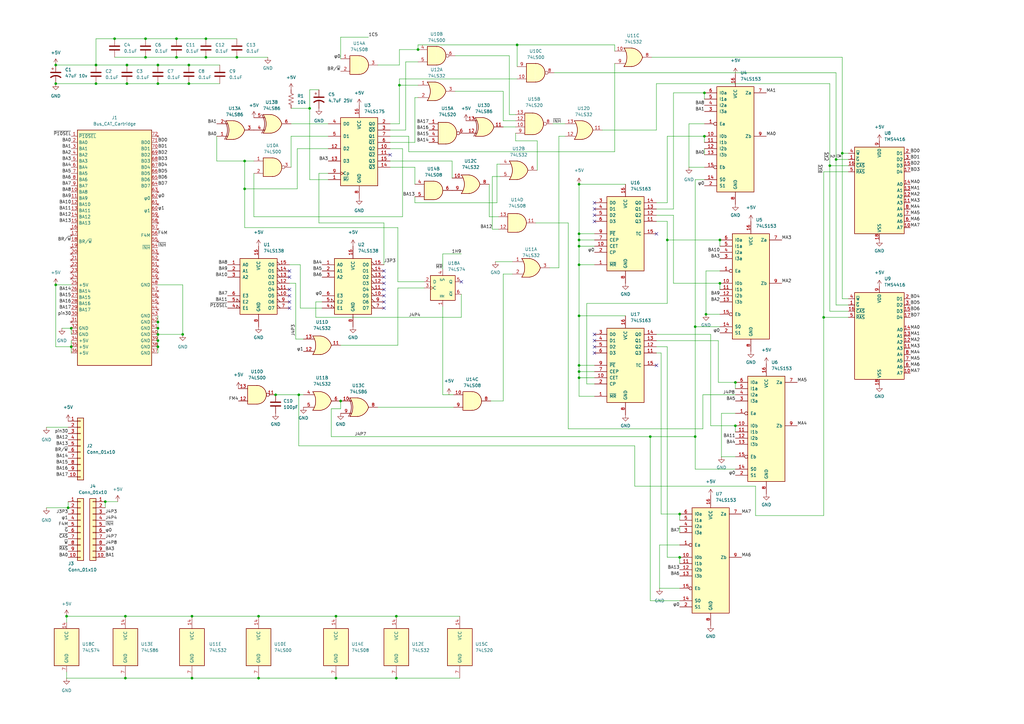
<source format=kicad_sch>
(kicad_sch (version 20211123) (generator eeschema)
  (paper "A3")
  (title_block (title "Dick Smith CAT Emulator Cartridge"))
  (junction (at 285.115 133.985))
  (junction (at 51.435 252.73))
  (junction (at 74.93 137.16))
  (junction (at 64.77 34.29))
  (junction (at 78.74 252.73))
  (junction (at 29.21 142.24))
  (junction (at 289.56 128.905))
  (junction (at 77.47 34.29))
  (junction (at 137.795 252.73))
  (junction (at 237.49 100.965))
  (junction (at 84.455 23.495))
  (junction (at 295.275 116.205))
  (junction (at 64.77 26.67))
  (junction (at 139.7 164.465))
  (junction (at 29.21 134.62))
  (junction (at 237.49 98.425))
  (junction (at 212.09 18.415))
  (junction (at 278.765 228.6))
  (junction (at 27.94 208.28))
  (junction (at 301.625 156.845))
  (junction (at 237.49 152.4))
  (junction (at 97.155 23.495))
  (junction (at 345.44 62.865))
  (junction (at 273.685 98.425))
  (junction (at 137.795 278.13))
  (junction (at 162.56 278.13))
  (junction (at 163.83 34.925))
  (junction (at 77.47 26.67))
  (junction (at 51.435 278.13))
  (junction (at 100.33 66.04))
  (junction (at 340.36 67.945))
  (junction (at 237.49 154.94))
  (junction (at 237.49 108.585))
  (junction (at 46.99 15.875))
  (junction (at 171.45 20.32))
  (junction (at 84.455 15.875))
  (junction (at 106.045 278.13))
  (junction (at 64.77 134.62))
  (junction (at 64.77 139.7))
  (junction (at 127 44.45))
  (junction (at 106.045 252.73))
  (junction (at 266.7 179.07))
  (junction (at 301.625 174.625))
  (junction (at 39.37 26.67))
  (junction (at 342.9 65.405))
  (junction (at 237.49 95.885))
  (junction (at 237.49 129.54))
  (junction (at 122.555 161.925))
  (junction (at 288.925 38.1))
  (junction (at 52.07 34.29))
  (junction (at 288.925 55.88))
  (junction (at 72.39 23.495))
  (junction (at 278.765 210.82))
  (junction (at 64.77 142.24))
  (junction (at 52.07 26.67))
  (junction (at 237.49 75.565))
  (junction (at 39.37 34.29))
  (junction (at 22.86 34.29))
  (junction (at 59.69 15.875))
  (junction (at 78.74 278.13))
  (junction (at 100.33 77.47))
  (junction (at 237.49 149.86))
  (junction (at 64.77 132.08))
  (junction (at 22.86 116.84))
  (junction (at 43.18 205.74))
  (junction (at 285.115 179.07))
  (junction (at 22.86 26.67))
  (junction (at 113.03 161.925))
  (junction (at 72.39 15.875))
  (junction (at 295.275 98.425))
  (junction (at 337.82 130.175))
  (junction (at 27.305 252.73))
  (junction (at 64.77 137.16))
  (junction (at 59.69 23.495))
  (junction (at 162.56 252.73))
  (no_connect (at 157.48 121.285))
  (no_connect (at 157.48 123.825))
  (no_connect (at 157.48 126.365))
  (no_connect (at 157.48 111.125))
  (no_connect (at 157.48 113.665))
  (no_connect (at 157.48 116.205))
  (no_connect (at 157.48 118.745))
  (no_connect (at 269.24 95.885))
  (no_connect (at 243.84 90.805))
  (no_connect (at 243.84 88.265))
  (no_connect (at 243.84 85.725))
  (no_connect (at 243.84 83.185))
  (no_connect (at 243.84 144.78))
  (no_connect (at 243.84 137.16))
  (no_connect (at 243.84 139.7))
  (no_connect (at 243.84 142.24))
  (no_connect (at 269.24 149.86))
  (no_connect (at 189.23 115.57))
  (no_connect (at 160.02 63.5))
  (no_connect (at 118.745 111.125))
  (no_connect (at 118.745 113.665))
  (no_connect (at 118.745 118.745))
  (no_connect (at 118.745 121.285))
  (no_connect (at 118.745 123.825))
  (no_connect (at 118.745 126.365))
  (wire (pts (xy 171.45 40.005) (xy 170.18 40.005)))
  (wire (pts (xy 165.1 88.9) (xy 104.14 88.9)))
  (wire (pts (xy 229.235 55.88) (xy 229.235 109.855)))
  (wire (pts (xy 171.45 25.4) (xy 166.37 25.4)))
  (wire (pts (xy 64.77 139.7) (xy 64.77 142.24)))
  (wire (pts (xy 139.7 15.24) (xy 151.13 15.24)))
  (wire (pts (xy 233.045 175.895) (xy 288.29 175.895)))
  (wire (pts (xy 278.765 228.6) (xy 278.765 231.14)))
  (wire (pts (xy 64.77 116.84) (xy 74.93 116.84)))
  (wire (pts (xy 130.81 71.12) (xy 130.81 91.44)))
  (wire (pts (xy 273.685 90.805) (xy 273.685 98.425)))
  (wire (pts (xy 29.21 134.62) (xy 29.21 137.16)))
  (wire (pts (xy 97.155 23.495) (xy 109.855 23.495)))
  (wire (pts (xy 227.33 29.845) (xy 342.9 29.845)))
  (wire (pts (xy 282.575 68.58) (xy 288.925 68.58)))
  (wire (pts (xy 273.685 83.185) (xy 269.24 83.185)))
  (wire (pts (xy 100.33 77.47) (xy 100.33 66.04)))
  (wire (pts (xy 22.86 142.24) (xy 22.86 116.84)))
  (wire (pts (xy 171.45 34.925) (xy 163.83 34.925)))
  (wire (pts (xy 163.195 118.11) (xy 163.195 141.605)))
  (wire (pts (xy 121.92 60.96) (xy 121.92 77.47)))
  (wire (pts (xy 288.925 55.88) (xy 288.925 58.42)))
  (wire (pts (xy 173.99 118.11) (xy 163.195 118.11)))
  (wire (pts (xy 106.045 278.13) (xy 137.795 278.13)))
  (wire (pts (xy 106.045 252.73) (xy 78.74 252.73)))
  (wire (pts (xy 27.305 275.59) (xy 27.305 278.13)))
  (wire (pts (xy 220.345 57.785) (xy 220.345 69.85)))
  (wire (pts (xy 173.99 115.57) (xy 163.195 115.57)))
  (wire (pts (xy 301.625 156.845) (xy 301.625 159.385)))
  (wire (pts (xy 130.81 91.44) (xy 157.48 91.44)))
  (wire (pts (xy 22.86 34.29) (xy 39.37 34.29)))
  (wire (pts (xy 100.33 93.345) (xy 100.33 77.47)))
  (wire (pts (xy 160.02 68.58) (xy 170.18 68.58)))
  (wire (pts (xy 226.695 50.8) (xy 231.775 50.8)))
  (wire (pts (xy 29.21 139.7) (xy 29.21 142.24)))
  (wire (pts (xy 77.47 34.29) (xy 90.17 34.29)))
  (wire (pts (xy 206.375 164.465) (xy 201.295 164.465)))
  (wire (pts (xy 122.555 182.88) (xy 260.35 182.88)))
  (wire (pts (xy 237.49 152.4) (xy 243.84 152.4)))
  (wire (pts (xy 157.48 91.44) (xy 157.48 108.585)))
  (wire (pts (xy 27.305 252.73) (xy 27.305 255.27)))
  (wire (pts (xy 276.225 85.725) (xy 269.24 85.725)))
  (wire (pts (xy 52.07 26.67) (xy 64.77 26.67)))
  (wire (pts (xy 260.35 182.88) (xy 260.35 199.39)))
  (wire (pts (xy 342.9 125.095) (xy 342.9 65.405)))
  (wire (pts (xy 237.49 154.94) (xy 237.49 152.4)))
  (wire (pts (xy 237.49 129.54) (xy 237.49 149.86)))
  (wire (pts (xy 266.7 179.07) (xy 266.7 246.38)))
  (wire (pts (xy 285.115 133.985) (xy 295.275 133.985)))
  (wire (pts (xy 269.24 142.24) (xy 273.685 142.24)))
  (wire (pts (xy 43.18 205.74) (xy 48.26 205.74)))
  (wire (pts (xy 188.595 252.73) (xy 162.56 252.73)))
  (wire (pts (xy 160.02 60.96) (xy 165.1 60.96)))
  (wire (pts (xy 278.765 215.9) (xy 278.765 218.44)))
  (wire (pts (xy 170.18 68.58) (xy 170.18 75.565)))
  (wire (pts (xy 252.095 20.955) (xy 252.095 18.415)))
  (wire (pts (xy 285.115 73.66) (xy 285.115 133.985)))
  (wire (pts (xy 189.23 130.175) (xy 129.54 130.175)))
  (wire (pts (xy 288.29 175.895) (xy 288.29 161.925)))
  (wire (pts (xy 252.095 26.035) (xy 252.095 62.23)))
  (wire (pts (xy 74.93 116.84) (xy 74.93 137.16)))
  (wire (pts (xy 78.74 278.13) (xy 106.045 278.13)))
  (wire (pts (xy 266.7 179.07) (xy 285.115 179.07)))
  (wire (pts (xy 237.49 129.54) (xy 256.54 129.54)))
  (wire (pts (xy 163.195 141.605) (xy 139.7 141.605)))
  (wire (pts (xy 294.64 156.845) (xy 301.625 156.845)))
  (wire (pts (xy 276.225 38.1) (xy 276.225 85.725)))
  (wire (pts (xy 270.51 241.3) (xy 278.765 241.3)))
  (wire (pts (xy 64.77 142.24) (xy 64.77 144.78)))
  (wire (pts (xy 185.42 66.04) (xy 160.02 66.04)))
  (wire (pts (xy 135.89 179.07) (xy 266.7 179.07)))
  (wire (pts (xy 269.24 90.805) (xy 273.685 90.805)))
  (wire (pts (xy 39.37 34.29) (xy 52.07 34.29)))
  (wire (pts (xy 256.54 75.565) (xy 237.49 75.565)))
  (wire (pts (xy 113.03 161.925) (xy 122.555 161.925)))
  (wire (pts (xy 206.375 112.395) (xy 206.375 164.465)))
  (wire (pts (xy 205.105 67.31) (xy 203.835 67.31)))
  (wire (pts (xy 39.37 15.875) (xy 39.37 26.67)))
  (wire (pts (xy 273.685 98.425) (xy 295.275 98.425)))
  (wire (pts (xy 77.47 26.67) (xy 90.17 26.67)))
  (wire (pts (xy 181.61 110.49) (xy 181.61 104.14)))
  (wire (pts (xy 201.93 72.39) (xy 201.93 93.98)))
  (wire (pts (xy 273.685 142.24) (xy 273.685 228.6)))
  (wire (pts (xy 301.625 169.545) (xy 295.91 169.545)))
  (wire (pts (xy 243.84 162.56) (xy 237.49 162.56)))
  (wire (pts (xy 237.49 154.94) (xy 243.84 154.94)))
  (wire (pts (xy 185.42 73.025) (xy 185.42 66.04)))
  (wire (pts (xy 211.455 54.61) (xy 211.455 57.785)))
  (wire (pts (xy 200.66 75.565) (xy 200.66 88.9)))
  (wire (pts (xy 288.29 161.925) (xy 301.625 161.925)))
  (wire (pts (xy 309.88 199.39) (xy 309.88 211.455)))
  (wire (pts (xy 137.795 278.13) (xy 162.56 278.13)))
  (wire (pts (xy 163.83 32.385) (xy 163.83 34.925)))
  (wire (pts (xy 167.64 62.23) (xy 252.095 62.23)))
  (wire (pts (xy 19.05 175.26) (xy 27.94 175.26)))
  (wire (pts (xy 39.37 26.67) (xy 52.07 26.67)))
  (wire (pts (xy 271.145 144.78) (xy 271.145 210.82)))
  (wire (pts (xy 121.285 116.205) (xy 121.285 139.065)))
  (wire (pts (xy 51.435 252.73) (xy 27.305 252.73)))
  (wire (pts (xy 291.465 174.625) (xy 301.625 174.625)))
  (wire (pts (xy 122.555 161.925) (xy 124.46 161.925)))
  (wire (pts (xy 170.18 58.42) (xy 160.02 58.42)))
  (wire (pts (xy 64.77 132.08) (xy 64.77 134.62)))
  (wire (pts (xy 206.375 52.07) (xy 211.455 52.07)))
  (wire (pts (xy 203.835 83.185) (xy 170.18 83.185)))
  (wire (pts (xy 25.4 134.62) (xy 29.21 134.62)))
  (wire (pts (xy 59.69 23.495) (xy 72.39 23.495)))
  (wire (pts (xy 269.24 137.16) (xy 291.465 137.16)))
  (wire (pts (xy 340.36 67.945) (xy 340.36 34.29)))
  (wire (pts (xy 342.9 29.845) (xy 342.9 65.405)))
  (wire (pts (xy 29.21 142.24) (xy 29.21 144.78)))
  (wire (pts (xy 170.18 40.005) (xy 170.18 58.42)))
  (wire (pts (xy 208.915 46.99) (xy 211.455 46.99)))
  (wire (pts (xy 273.685 228.6) (xy 278.765 228.6)))
  (wire (pts (xy 84.455 23.495) (xy 97.155 23.495)))
  (wire (pts (xy 72.39 23.495) (xy 84.455 23.495)))
  (wire (pts (xy 201.93 93.98) (xy 204.47 93.98)))
  (wire (pts (xy 22.86 26.67) (xy 39.37 26.67)))
  (wire (pts (xy 88.9 55.88) (xy 88.9 66.04)))
  (wire (pts (xy 166.37 25.4) (xy 166.37 53.34)))
  (wire (pts (xy 170.18 83.185) (xy 170.18 80.645)))
  (wire (pts (xy 100.33 66.04) (xy 104.14 66.04)))
  (wire (pts (xy 119.38 50.8) (xy 134.62 50.8)))
  (wire (pts (xy 171.45 18.415) (xy 212.09 18.415)))
  (wire (pts (xy 160.02 55.88) (xy 167.64 55.88)))
  (wire (pts (xy 189.23 120.65) (xy 189.23 130.175)))
  (wire (pts (xy 163.195 93.345) (xy 100.33 93.345)))
  (wire (pts (xy 237.49 162.56) (xy 237.49 154.94)))
  (wire (pts (xy 139.7 24.13) (xy 139.7 15.24)))
  (wire (pts (xy 294.64 139.7) (xy 294.64 156.845)))
  (wire (pts (xy 46.99 15.875) (xy 59.69 15.875)))
  (wire (pts (xy 43.18 205.74) (xy 43.18 208.28)))
  (wire (pts (xy 123.19 108.585) (xy 123.19 126.365)))
  (wire (pts (xy 273.685 55.88) (xy 273.685 83.185)))
  (wire (pts (xy 84.455 15.875) (xy 97.155 15.875)))
  (wire (pts (xy 121.92 77.47) (xy 100.33 77.47)))
  (wire (pts (xy 269.24 139.7) (xy 294.64 139.7)))
  (wire (pts (xy 163.83 34.925) (xy 163.83 50.8)))
  (wire (pts (xy 200.66 88.9) (xy 204.47 88.9)))
  (wire (pts (xy 163.83 20.32) (xy 163.83 26.67)))
  (wire (pts (xy 134.62 73.66) (xy 127 73.66)))
  (wire (pts (xy 240.665 124.46) (xy 240.665 157.48)))
  (wire (pts (xy 229.235 109.855) (xy 225.425 109.855)))
  (wire (pts (xy 237.49 152.4) (xy 237.49 149.86)))
  (wire (pts (xy 288.925 55.88) (xy 273.685 55.88)))
  (wire (pts (xy 295.275 111.125) (xy 289.56 111.125)))
  (wire (pts (xy 165.1 60.96) (xy 165.1 88.9)))
  (wire (pts (xy 211.455 57.785) (xy 220.345 57.785)))
  (wire (pts (xy 260.35 199.39) (xy 309.88 199.39)))
  (wire (pts (xy 46.99 23.495) (xy 59.69 23.495)))
  (wire (pts (xy 186.69 22.86) (xy 208.915 22.86)))
  (wire (pts (xy 135.89 167.64) (xy 135.89 179.07)))
  (wire (pts (xy 237.49 108.585) (xy 237.49 129.54)))
  (wire (pts (xy 291.465 137.16) (xy 291.465 174.625)))
  (wire (pts (xy 269.24 53.34) (xy 269.24 34.29)))
  (wire (pts (xy 240.665 157.48) (xy 243.84 157.48)))
  (wire (pts (xy 72.39 15.875) (xy 84.455 15.875)))
  (wire (pts (xy 278.765 210.82) (xy 278.765 213.36)))
  (wire (pts (xy 288.925 73.66) (xy 285.115 73.66)))
  (wire (pts (xy 276.225 116.205) (xy 295.275 116.205)))
  (wire (pts (xy 345.44 23.495) (xy 345.44 62.865)))
  (wire (pts (xy 129.54 130.175) (xy 129.54 123.825)))
  (wire (pts (xy 162.56 252.73) (xy 137.795 252.73)))
  (wire (pts (xy 88.9 66.04) (xy 100.33 66.04)))
  (wire (pts (xy 278.765 223.52) (xy 270.51 223.52)))
  (wire (pts (xy 127 36.83) (xy 127 44.45)))
  (wire (pts (xy 181.61 125.73) (xy 181.61 161.925)))
  (wire (pts (xy 269.24 88.265) (xy 276.225 88.265)))
  (wire (pts (xy 337.82 130.175) (xy 347.98 130.175)))
  (wire (pts (xy 288.925 50.8) (xy 282.575 50.8)))
  (wire (pts (xy 64.77 129.54) (xy 64.77 132.08)))
  (wire (pts (xy 273.685 124.46) (xy 240.665 124.46)))
  (wire (pts (xy 19.05 208.28) (xy 27.94 208.28)))
  (wire (pts (xy 123.19 126.365) (xy 132.08 126.365)))
  (wire (pts (xy 162.56 278.13) (xy 188.595 278.13)))
  (wire (pts (xy 64.77 26.67) (xy 77.47 26.67)))
  (wire (pts (xy 278.765 210.82) (xy 271.145 210.82)))
  (wire (pts (xy 285.115 179.07) (xy 285.115 192.405)))
  (wire (pts (xy 212.09 32.385) (xy 163.83 32.385)))
  (wire (pts (xy 289.56 128.905) (xy 295.275 128.905)))
  (wire (pts (xy 237.49 108.585) (xy 237.49 100.965)))
  (wire (pts (xy 137.795 252.73) (xy 106.045 252.73)))
  (wire (pts (xy 181.61 161.925) (xy 186.055 161.925)))
  (wire (pts (xy 347.98 67.945) (xy 340.36 67.945)))
  (wire (pts (xy 51.435 278.13) (xy 78.74 278.13)))
  (wire (pts (xy 78.74 252.73) (xy 51.435 252.73)))
  (wire (pts (xy 171.45 20.32) (xy 163.83 20.32)))
  (wire (pts (xy 163.195 115.57) (xy 163.195 93.345)))
  (wire (pts (xy 247.015 53.34) (xy 269.24 53.34)))
  (wire (pts (xy 139.7 167.64) (xy 135.89 167.64)))
  (wire (pts (xy 205.105 72.39) (xy 201.93 72.39)))
  (wire (pts (xy 270.51 223.52) (xy 270.51 241.3)))
  (wire (pts (xy 163.83 50.8) (xy 160.02 50.8)))
  (wire (pts (xy 273.685 98.425) (xy 273.685 124.46)))
  (wire (pts (xy 64.77 137.16) (xy 74.93 137.16)))
  (wire (pts (xy 288.925 60.96) (xy 288.925 63.5)))
  (wire (pts (xy 229.235 55.88) (xy 231.775 55.88)))
  (wire (pts (xy 27.305 278.13) (xy 51.435 278.13)))
  (wire (pts (xy 282.575 50.8) (xy 282.575 68.58)))
  (wire (pts (xy 203.835 67.31) (xy 203.835 83.185)))
  (wire (pts (xy 219.71 91.44) (xy 233.045 91.44)))
  (wire (pts (xy 345.44 62.865) (xy 345.44 122.555)))
  (wire (pts (xy 342.9 65.405) (xy 347.98 65.405)))
  (wire (pts (xy 237.49 100.965) (xy 243.84 100.965)))
  (wire (pts (xy 22.86 142.24) (xy 29.21 142.24)))
  (wire (pts (xy 186.69 37.465) (xy 206.375 37.465)))
  (wire (pts (xy 337.82 70.485) (xy 337.82 130.175)))
  (wire (pts (xy 340.36 127.635) (xy 347.98 127.635)))
  (wire (pts (xy 160.02 53.34) (xy 166.37 53.34)))
  (wire (pts (xy 59.69 15.875) (xy 72.39 15.875)))
  (wire (pts (xy 243.84 108.585) (xy 237.49 108.585)))
  (wire (pts (xy 64.77 137.16) (xy 64.77 139.7)))
  (wire (pts (xy 171.45 20.32) (xy 171.45 18.415)))
  (wire (pts (xy 122.555 161.925) (xy 122.555 182.88)))
  (wire (pts (xy 237.49 100.965) (xy 237.49 98.425)))
  (wire (pts (xy 134.62 71.12) (xy 130.81 71.12)))
  (wire (pts (xy 301.625 174.625) (xy 301.625 177.165)))
  (wire (pts (xy 167.64 55.88) (xy 167.64 62.23)))
  (wire (pts (xy 285.115 192.405) (xy 301.625 192.405)))
  (wire (pts (xy 134.62 55.88) (xy 119.38 55.88)))
  (wire (pts (xy 181.61 104.14) (xy 189.23 104.14)))
  (wire (pts (xy 22.86 116.84) (xy 29.21 116.84)))
  (wire (pts (xy 347.98 62.865) (xy 345.44 62.865)))
  (wire (pts (xy 130.81 36.83) (xy 127 36.83)))
  (wire (pts (xy 127 44.45) (xy 127 73.66)))
  (wire (pts (xy 64.77 34.29) (xy 77.47 34.29)))
  (wire (pts (xy 289.56 111.125) (xy 289.56 128.905)))
  (wire (pts (xy 285.115 133.985) (xy 285.115 179.07)))
  (wire (pts (xy 121.285 139.065) (xy 124.46 139.065)))
  (wire (pts (xy 237.49 95.885) (xy 243.84 95.885)))
  (wire (pts (xy 52.07 34.29) (xy 64.77 34.29)))
  (wire (pts (xy 203.2 107.315) (xy 210.185 107.315)))
  (wire (pts (xy 347.98 70.485) (xy 337.82 70.485)))
  (wire (pts (xy 276.225 88.265) (xy 276.225 116.205)))
  (wire (pts (xy 163.83 26.67) (xy 154.94 26.67)))
  (wire (pts (xy 206.375 37.465) (xy 206.375 49.53)))
  (wire (pts (xy 337.82 130.175) (xy 337.82 211.455)))
  (wire (pts (xy 347.98 125.095) (xy 342.9 125.095)))
  (wire (pts (xy 340.36 67.945) (xy 340.36 127.635)))
  (wire (pts (xy 129.54 123.825) (xy 132.08 123.825)))
  (wire (pts (xy 119.38 55.88) (xy 119.38 68.58)))
  (wire (pts (xy 295.275 98.425) (xy 295.275 100.965)))
  (wire (pts (xy 206.375 49.53) (xy 211.455 49.53)))
  (wire (pts (xy 64.77 134.62) (xy 64.77 137.16)))
  (wire (pts (xy 295.91 187.325) (xy 301.625 187.325)))
  (wire (pts (xy 118.745 108.585) (xy 123.19 108.585)))
  (wire (pts (xy 27.94 205.74) (xy 27.94 208.28)))
  (wire (pts (xy 208.915 22.86) (xy 208.915 46.99)))
  (wire (pts (xy 309.88 211.455) (xy 337.82 211.455)))
  (wire (pts (xy 119.38 44.45) (xy 127 44.45)))
  (wire (pts (xy 295.275 116.205) (xy 295.275 118.745)))
  (wire (pts (xy 118.745 116.205) (xy 121.285 116.205)))
  (wire (pts (xy 237.49 98.425) (xy 243.84 98.425)))
  (wire (pts (xy 252.095 18.415) (xy 212.09 18.415)))
  (wire (pts (xy 237.49 75.565) (xy 237.49 95.885)))
  (wire (pts (xy 154.94 167.005) (xy 186.055 167.005)))
  (wire (pts (xy 288.925 38.1) (xy 276.225 38.1)))
  (wire (pts (xy 267.335 23.495) (xy 345.44 23.495)))
  (wire (pts (xy 46.99 15.875) (xy 39.37 15.875)))
  (wire (pts (xy 269.24 34.29) (xy 340.36 34.29)))
  (wire (pts (xy 278.765 246.38) (xy 266.7 246.38)))
  (wire (pts (xy 288.925 38.1) (xy 288.925 40.64)))
  (wire (pts (xy 237.49 149.86) (xy 243.84 149.86)))
  (wire (pts (xy 237.49 98.425) (xy 237.49 95.885)))
  (wire (pts (xy 210.185 112.395) (xy 206.375 112.395)))
  (wire (pts (xy 345.44 122.555) (xy 347.98 122.555)))
  (wire (pts (xy 295.91 169.545) (xy 295.91 187.325)))
  (wire (pts (xy 139.7 164.465) (xy 139.7 167.64)))
  (wire (pts (xy 104.14 88.9) (xy 104.14 71.12)))
  (wire (pts (xy 212.09 18.415) (xy 212.09 27.305)))
  (wire (pts (xy 269.24 144.78) (xy 271.145 144.78)))
  (wire (pts (xy 134.62 60.96) (xy 121.92 60.96)))
  (wire (pts (xy 233.045 91.44) (xy 233.045 175.895)))
  (label "BA5" (at 301.625 164.465 180))
  (label "BA14" (at 29.21 119.38 180))
  (label "BA6" (at 278.765 236.22 180))
  (label "J4P3" (at 43.18 210.82 0))
  (label "BA17" (at 29.21 127 180))
  (label "J4P4" (at 43.18 213.36 0))
  (label "MA1" (at 314.325 38.1 0))
  (label "MA1" (at 373.38 137.795 0))
  (label "BD7" (at 373.38 130.175 0))
  (label "φ0" (at 301.625 194.945 180))
  (label "BA11" (at 301.625 179.705 180))
  (label "pin30" (at 27.94 177.8 180))
  (label "φ0" (at 132.08 121.285 180))
  (label "MA3" (at 320.675 98.425 0))
  (label "BA14" (at 175.895 58.42 180))
  (label "J3P3" (at 27.94 210.82 180))
  (label "MA5" (at 373.38 88.265 0))
  (label "MA0" (at 314.325 55.88 0))
  (label "BA13" (at 278.765 233.68 180))
  (label "~{INH}" (at 64.77 101.6 0))
  (label "~{P10SEL}" (at 29.21 55.88 180))
  (label "BA16" (at 175.895 53.34 180))
  (label "φ1" (at 124.46 144.145 180))
  (label "MA5" (at 373.38 147.955 0))
  (label "FM4" (at 97.79 164.465 180))
  (label "~{RAS}" (at 27.94 226.06 180))
  (label "BD4" (at 64.77 68.58 0))
  (label "~{G}" (at 342.9 64.77 90))
  (label "BA16" (at 29.21 124.46 180))
  (label "BD2" (at 64.77 63.5 0))
  (label "BD5" (at 64.77 71.12 0))
  (label "J4P7" (at 43.18 220.98 0))
  (label "BA8" (at 93.345 108.585 180))
  (label "BA16" (at 27.94 193.04 180))
  (label "BA3" (at 295.275 106.045 180))
  (label "pin30" (at 29.21 129.54 180))
  (label "BA3" (at 29.21 66.04 180))
  (label "J4P3" (at 121.285 137.795 90))
  (label "BA7" (at 93.345 121.285 180))
  (label "φ0" (at 243.84 103.505 180))
  (label "MA3" (at 373.38 142.875 0))
  (label "~{CAS}" (at 340.36 66.04 90))
  (label "BA0" (at 288.925 63.5 180))
  (label "BA10" (at 29.21 83.82 180))
  (label "F4M" (at 27.94 215.9 180))
  (label "BR{slash}~{W}" (at 29.21 99.06 180))
  (label "MA2" (at 320.675 116.205 0))
  (label "BA13" (at 170.18 80.645 180))
  (label "BR{slash}~{W}" (at 27.94 185.42 180))
  (label "~{W}" (at 345.44 64.77 90))
  (label "BD0" (at 373.38 62.865 0))
  (label "BA7" (at 278.765 218.44 180))
  (label "BA1" (at 88.9 50.8 180))
  (label "~{INH}" (at 43.18 215.9 0))
  (label "BA1" (at 29.21 60.96 180))
  (label "BD7" (at 64.77 76.2 0))
  (label "MA5" (at 327.025 156.845 0))
  (label "BA13" (at 27.94 182.88 180))
  (label "BD1" (at 373.38 65.405 0))
  (label "BA7" (at 29.21 76.2 180))
  (label "φ0" (at 64.77 81.28 0))
  (label "φ0" (at 288.925 76.2 180))
  (label "BA14" (at 27.94 187.96 180))
  (label "MA4" (at 327.025 174.625 0))
  (label "BA3" (at 134.62 66.04 180))
  (label "BA12" (at 27.94 180.34 180))
  (label "MA2" (at 373.38 140.335 0))
  (label "BD0" (at 64.77 58.42 0))
  (label "BA1" (at 288.925 45.72 180))
  (label "BA2" (at 295.275 123.825 180))
  (label "~{INH}" (at 226.695 50.8 0))
  (label "BA8" (at 29.21 78.74 180))
  (label "BD1" (at 64.77 60.96 0))
  (label "BA13" (at 29.21 91.44 180))
  (label "BA3" (at 43.18 226.06 0))
  (label "~{W}" (at 27.94 223.52 180))
  (label "MA7" (at 373.38 153.035 0))
  (label "BA11" (at 93.345 123.825 180))
  (label "BA17" (at 175.895 50.8 180))
  (label "F4M" (at 64.77 96.52 0))
  (label "1C5" (at 151.13 15.24 0))
  (label "BD6" (at 373.38 127.635 0))
  (label "BA9" (at 295.275 121.285 180))
  (label "MA2" (at 373.38 80.645 0))
  (label "J4P4" (at 167.64 130.175 0))
  (label "BA0" (at 27.94 228.6 180))
  (label "φ0" (at 139.7 24.13 180))
  (label "BD4" (at 373.38 122.555 0))
  (label "BA10" (at 295.275 103.505 180))
  (label "BD2" (at 373.38 67.945 0))
  (label "φ0" (at 43.18 218.44 0))
  (label "MA7" (at 373.38 93.345 0))
  (label "MA1" (at 373.38 78.105 0))
  (label "φ1" (at 27.94 213.36 180))
  (label "J4P7" (at 145.415 179.07 0))
  (label "BA2" (at 29.21 63.5 180))
  (label "~{P10SEL}" (at 93.345 126.365 180))
  (label "~{MR}" (at 181.61 110.49 180))
  (label "BD5" (at 373.38 125.095 0))
  (label "BA9" (at 29.21 81.28 180))
  (label "BA5" (at 132.08 111.125 180))
  (label "BA15" (at 29.21 121.92 180))
  (label "MA0" (at 373.38 135.255 0))
  (label "BA5" (at 29.21 71.12 180))
  (label "~{CAS}" (at 27.94 220.98 180))
  (label "BR{slash}~{W}" (at 139.7 29.21 180))
  (label "MA3" (at 373.38 83.185 0))
  (label "φ0" (at 295.275 136.525 180))
  (label "MA4" (at 373.38 145.415 0))
  (label "MA6" (at 373.38 90.805 0))
  (label "BA12" (at 29.21 88.9 180))
  (label "φ0" (at 278.765 248.92 180))
  (label "BA10" (at 93.345 113.665 180))
  (label "BD6" (at 64.77 73.66 0))
  (label "BA1" (at 43.18 228.6 0))
  (label "BA4" (at 29.21 68.58 180))
  (label "BA6" (at 132.08 113.665 180))
  (label "BD3" (at 373.38 70.485 0))
  (label "~{G}" (at 27.94 218.44 180))
  (label "BA8" (at 288.925 43.18 180))
  (label "BA4" (at 301.625 182.245 180))
  (label "BA17" (at 27.94 195.58 180))
  (label "BA4" (at 132.08 108.585 180))
  (label "MA4" (at 373.38 85.725 0))
  (label "φ1" (at 64.77 86.36 0))
  (label "MA0" (at 373.38 75.565 0))
  (label "BA0" (at 88.9 55.88 180))
  (label "BA15" (at 175.895 55.88 180))
  (label "BA6" (at 29.21 73.66 180))
  (label "J3P3" (at 157.48 107.95 0))
  (label "MA7" (at 304.165 210.82 0))
  (label "~{RAS}" (at 337.82 71.12 90))
  (label "BD3" (at 64.77 66.04 0))
  (label "1H9" (at 189.23 104.14 180))
  (label "J4P8" (at 43.18 223.52 0))
  (label "MA6" (at 373.38 150.495 0))
  (label "BA0" (at 29.21 58.42 180))
  (label "BA12" (at 201.93 93.98 180))
  (label "MA6" (at 304.165 228.6 0))
  (label "J4P8" (at 296.545 161.925 0))
  (label "BA11" (at 29.21 86.36 180))
  (label "BA9" (at 93.345 111.125 180))
  (label "BA15" (at 27.94 190.5 180))
  (symbol (lib_id "74xx:74LS08") (at 177.8 78.105 0) (unit 2)
    (property "Reference" "U14" (at 177.8 69.215 0))
    (property "Value" "74LS08" (at 177.8 71.755 0))
    (property "Footprint" "Package_DIP:DIP-14_W7.62mm_LongPads" (effects hide))
    (property "Datasheet" "http://www.ti.com/lit/gpn/sn74LS08" (effects hide))
  )
  (symbol (lib_id "74xx:74LS32") (at 239.395 53.34 0) (mirror x) (unit 4)
    (property "Reference" "U12" (at 239.395 44.45 0))
    (property "Value" "74LS32" (at 239.395 46.99 0))
    (property "Footprint" "Package_DIP:DIP-14_W7.62mm_LongPads" (effects hide))
    (property "Datasheet" "http://www.ti.com/lit/gpn/sn74LS32" (effects hide))
  )
  (symbol (lib_id "74xx:74LS32") (at 179.07 37.465 0) (unit 1)
    (property "Reference" "U12" (at 179.07 28.575 0))
    (property "Value" "74LS32" (at 179.07 31.115 0))
    (property "Footprint" "Package_DIP:DIP-14_W7.62mm_LongPads" (effects hide))
    (property "Datasheet" "http://www.ti.com/lit/gpn/sn74LS32" (effects hide))
  )
  (symbol (lib_id "power:GND") (at 27.305 278.13 0) (unit 1)
    (property "Reference" "#PWR0116" (effects hide))
    (property "Value" "GND" (at 27.305 283.21 0))
  )
  (symbol (lib_id "74xx:74LS153") (at 314.325 174.625 0) (unit 1)
    (property "Reference" "U6" (at 316.3444 148.59 0) (effects (justify left)))
    (property "Value" "74LS153" (at 316.3444 151.13 0) (effects (justify left)))
    (property "Footprint" "Package_DIP:DIP-16_W7.62mm_LongPads" (effects hide))
    (property "Datasheet" "http://www.ti.com/lit/gpn/sn74LS153" (effects hide))
  )
  (symbol (lib_id "power:GND") (at 289.56 128.905 0) (unit 1)
    (property "Reference" "#PWR0130" (effects hide))
    (property "Value" "GND" (at 289.56 133.35 0))
  )
  (symbol (lib_id "Device:C_Polarized_US") (at 130.81 40.64 0) (unit 1)
    (property "Reference" "C5" (at 134.62 38.7349 0) (effects (justify left)))
    (property "Value" "4.7uF 25V" (at 134.62 41.2749 0) (effects (justify left)))
    (property "Footprint" "Capacitor_THT:CP_Radial_D4.0mm_P1.50mm" (effects hide))
  )
  (symbol (lib_id "74xx:74LS138") (at 106.045 116.205 0) (unit 1)
    (property "Reference" "U1" (at 108.0644 100.33 0) (effects (justify left)))
    (property "Value" "74LS138" (at 108.0644 102.87 0) (effects (justify left)))
    (property "Footprint" "Package_DIP:DIP-16_W7.62mm_LongPads" (effects hide))
    (property "Datasheet" "http://www.ti.com/lit/gpn/sn74LS138" (effects hide))
  )
  (symbol (lib_id "74xx:74LS175") (at 147.32 60.96 0) (unit 1)
    (property "Reference" "U3" (at 149.3394 43.18 0) (effects (justify left)))
    (property "Value" "74LS175" (at 149.3394 45.72 0) (effects (justify left)))
    (property "Footprint" "Package_DIP:DIP-16_W7.62mm_LongPads" (effects hide))
    (property "Datasheet" "http://www.ti.com/lit/gpn/sn74LS175" (effects hide))
  )
  (symbol (lib_id "CAT symbols:Bus_CAT_Cartridge") (at 46.99 93.98 0) (unit 1)
    (property "Reference" "J1" (at 46.99 48.26 0))
    (property "Value" "Bus_CAT_Cartridge" (at 46.99 50.8 0))
    (property "Footprint" "CAT:CAT_CART" (effects hide))
  )
  (symbol (lib_id "74xx:74LS74") (at 181.61 118.11 0) (unit 1)
    (property "Reference" "U18" (at 183.6294 107.95 0) (effects (justify left)))
    (property "Value" "74LS74" (at 183.6294 110.49 0) (effects (justify left)))
    (property "Footprint" "Package_DIP:DIP-14_W7.62mm_LongPads" (effects hide))
    (property "Datasheet" "74xx/74hc_hct74.pdf" (effects hide))
  )
  (symbol (lib_id "power:+5V") (at 144.78 100.965 0) (unit 1)
    (property "Reference" "#PWR0123" (effects hide))
    (property "Value" "+5V" (at 144.78 95.25 0))
  )
  (symbol (lib_id "Device:C") (at 72.39 19.685 0) (unit 1)
    (property "Reference" "C11" (at 76.2 18.4149 0) (effects (justify left)))
    (property "Value" "0.1uF" (at 76.2 20.9549 0) (effects (justify left)))
    (property "Footprint" "Capacitor_THT:C_Disc_D4.7mm_W2.5mm_P5.00mm" (effects hide))
  )
  (symbol (lib_id "74xx:74LS32") (at 78.74 265.43 0) (unit 5)
    (property "Reference" "U11" (at 85.725 264.1599 0) (effects (justify left)))
    (property "Value" "74LS32" (at 85.725 266.6999 0) (effects (justify left)))
    (property "Footprint" "Package_DIP:DIP-14_W7.62mm_LongPads" (effects hide))
    (property "Datasheet" "http://www.ti.com/lit/gpn/sn74LS32" (effects hide))
  )
  (symbol (lib_id "power:GND") (at 144.78 133.985 0) (unit 1)
    (property "Reference" "#PWR0122" (effects hide))
    (property "Value" "GND" (at 144.78 138.43 0))
  )
  (symbol (lib_id "power:+5V") (at 184.15 161.925 0) (unit 1)
    (property "Reference" "#PWR0124" (effects hide))
    (property "Value" "+5V" (at 184.15 156.21 0))
  )
  (symbol (lib_id "74xx:74LS08") (at 137.795 265.43 0) (unit 5)
    (property "Reference" "U14" (at 144.145 264.1599 0) (effects (justify left)))
    (property "Value" "74LS08" (at 144.145 266.6999 0) (effects (justify left)))
    (property "Footprint" "Package_DIP:DIP-14_W7.62mm_LongPads" (effects hide))
    (property "Datasheet" "http://www.ti.com/lit/gpn/sn74LS08" (effects hide))
  )
  (symbol (lib_id "74xx:74LS20") (at 188.595 265.43 0) (unit 3)
    (property "Reference" "U15" (at 194.945 264.1599 0) (effects (justify left)))
    (property "Value" "74LS20" (at 194.945 266.6999 0) (effects (justify left)))
    (property "Footprint" "Package_DIP:DIP-14_W7.62mm_LongPads" (effects hide))
    (property "Datasheet" "http://www.ti.com/lit/gpn/sn74LS20" (effects hide))
  )
  (symbol (lib_id "Device:C") (at 39.37 30.48 0) (unit 1)
    (property "Reference" "C2" (at 43.18 29.2099 0) (effects (justify left)))
    (property "Value" "0.1uF" (at 43.18 31.7499 0) (effects (justify left)))
    (property "Footprint" "Capacitor_THT:C_Disc_D4.7mm_W2.5mm_P5.00mm" (effects hide))
  )
  (symbol (lib_id "74xx:74LS00") (at 219.71 29.845 0) (unit 3)
    (property "Reference" "U10" (at 219.71 20.955 0))
    (property "Value" "74LS00" (at 219.71 23.495 0))
    (property "Footprint" "Package_DIP:DIP-14_W7.62mm_LongPads" (effects hide))
    (property "Datasheet" "http://www.ti.com/lit/gpn/sn74ls00" (effects hide))
  )
  (symbol (lib_id "power:GND") (at 314.325 202.565 0) (unit 1)
    (property "Reference" "#PWR0134" (effects hide))
    (property "Value" "GND" (at 314.325 207.01 0))
  )
  (symbol (lib_id "power:GND") (at 147.32 81.28 0) (unit 1)
    (property "Reference" "#PWR0109" (effects hide))
    (property "Value" "GND" (at 147.32 86.36 0))
  )
  (symbol (lib_id "power:+5V") (at 291.465 203.2 0) (unit 1)
    (property "Reference" "#PWR0136" (effects hide))
    (property "Value" "+5V" (at 291.465 197.485 0))
  )
  (symbol (lib_id "74xx:74LS32") (at 212.725 69.85 0) (unit 2)
    (property "Reference" "U12" (at 212.725 60.96 0))
    (property "Value" "74LS32" (at 212.725 63.5 0))
    (property "Footprint" "Package_DIP:DIP-14_W7.62mm_LongPads" (effects hide))
    (property "Datasheet" "http://www.ti.com/lit/gpn/sn74LS32" (effects hide))
  )
  (symbol (lib_id "power:+5V") (at 27.305 252.73 0) (unit 1)
    (property "Reference" "#PWR0115" (effects hide))
    (property "Value" "+5V" (at 27.305 247.65 0))
  )
  (symbol (lib_id "power:+5V") (at 301.625 30.48 0) (unit 1)
    (property "Reference" "#PWR0125" (effects hide))
    (property "Value" "+5V" (at 301.625 24.765 0))
  )
  (symbol (lib_id "power:GND") (at 270.51 241.3 0) (unit 1)
    (property "Reference" "#PWR0137" (effects hide))
    (property "Value" "GND" (at 270.51 246.38 0))
  )
  (symbol (lib_id "power:GND") (at 139.7 169.545 0) (unit 1)
    (property "Reference" "#PWR0114" (effects hide))
    (property "Value" "GND" (at 139.7 173.99 0))
  )
  (symbol (lib_id "74xx:74LS86") (at 111.76 50.8 0) (mirror x) (unit 2)
    (property "Reference" "U13" (at 111.4552 41.91 0))
    (property "Value" "74LS86" (at 111.4552 44.45 0))
    (property "Footprint" "Package_DIP:DIP-14_W7.62mm_LongPads" (effects hide))
    (property "Datasheet" "74xx/74ls86.pdf" (effects hide))
  )
  (symbol (lib_id "power:GND") (at 22.86 34.29 0) (unit 1)
    (property "Reference" "#PWR0103" (effects hide))
    (property "Value" "GND" (at 22.86 39.37 0))
  )
  (symbol (lib_id "power:GND") (at 74.93 137.16 0) (unit 1)
    (property "Reference" "#PWR0110" (effects hide))
    (property "Value" "GND" (at 74.93 142.24 0))
  )
  (symbol (lib_id "74xx:74LS08") (at 147.32 26.67 0) (unit 1)
    (property "Reference" "U14" (at 147.32 17.78 0))
    (property "Value" "74LS08" (at 147.32 20.32 0))
    (property "Footprint" "Package_DIP:DIP-14_W7.62mm_LongPads" (effects hide))
    (property "Datasheet" "http://www.ti.com/lit/gpn/sn74LS08" (effects hide))
  )
  (symbol (lib_id "Connector_Generic:Conn_01x10") (at 33.02 182.88 0) (unit 1)
    (property "Reference" "J2" (at 35.56 182.8799 0) (effects (justify left)))
    (property "Value" "Conn_01x10" (at 35.56 185.4199 0) (effects (justify left)))
    (property "Footprint" "Connector_PinHeader_2.54mm:PinHeader_1x10_P2.54mm_Vertical" (effects hide))
  )
  (symbol (lib_id "Connector_Generic:Conn_01x10") (at 33.02 215.9 0) (unit 1)
    (property "Reference" "J3" (at 27.94 231.14 0) (effects (justify left)))
    (property "Value" "Conn_01x10" (at 27.94 233.68 0) (effects (justify left)))
    (property "Footprint" "Connector_PinHeader_2.54mm:PinHeader_1x10_P2.54mm_Vertical" (effects hide))
  )
  (symbol (lib_id "Device:C") (at 64.77 30.48 0) (unit 1)
    (property "Reference" "C7" (at 68.58 29.2099 0) (effects (justify left)))
    (property "Value" "0.1uF" (at 68.58 31.7499 0) (effects (justify left)))
    (property "Footprint" "Capacitor_THT:C_Disc_D4.7mm_W2.5mm_P5.00mm" (effects hide))
  )
  (symbol (lib_id "74xx:74LS153") (at 291.465 228.6 0) (unit 1)
    (property "Reference" "U7" (at 293.4844 202.565 0) (effects (justify left)))
    (property "Value" "74LS153" (at 293.4844 205.105 0) (effects (justify left)))
    (property "Footprint" "Package_DIP:DIP-16_W7.62mm_LongPads" (effects hide))
    (property "Datasheet" "http://www.ti.com/lit/gpn/sn74LS153" (effects hide))
  )
  (symbol (lib_id "power:GND") (at 203.2 107.315 0) (unit 1)
    (property "Reference" "#PWR0120" (effects hide))
    (property "Value" "GND" (at 203.2 111.76 0))
  )
  (symbol (lib_id "power:+5V") (at 27.94 172.72 0) (unit 1)
    (property "Reference" "#PWR0143" (effects hide))
    (property "Value" "+5V" (at 27.94 167.005 0))
  )
  (symbol (lib_id "74xx:74LS86") (at 198.755 52.07 0) (mirror x) (unit 4)
    (property "Reference" "U13" (at 198.4502 43.18 0))
    (property "Value" "74LS86" (at 198.4502 45.72 0))
    (property "Footprint" "Package_DIP:DIP-14_W7.62mm_LongPads" (effects hide))
    (property "Datasheet" "74xx/74ls86.pdf" (effects hide))
  )
  (symbol (lib_id "74xx:74LS08") (at 212.09 91.44 0) (mirror x) (unit 4)
    (property "Reference" "U14" (at 212.09 81.915 0))
    (property "Value" "74LS08" (at 212.09 84.455 0))
    (property "Footprint" "Package_DIP:DIP-14_W7.62mm_LongPads" (effects hide))
    (property "Datasheet" "http://www.ti.com/lit/gpn/sn74LS08" (effects hide))
  )
  (symbol (lib_id "74xx:74LS86") (at 51.435 265.43 0) (unit 5)
    (property "Reference" "U13" (at 57.785 264.1599 0) (effects (justify left)))
    (property "Value" "74LS86" (at 57.785 266.6999 0) (effects (justify left)))
    (property "Footprint" "Package_DIP:DIP-14_W7.62mm_LongPads" (effects hide))
    (property "Datasheet" "74xx/74ls86.pdf" (effects hide))
  )
  (symbol (lib_id "power:+5V") (at 119.38 36.83 0) (unit 1)
    (property "Reference" "#PWR0117" (effects hide))
    (property "Value" "+5V" (at 119.38 31.75 0))
  )
  (symbol (lib_id "power:GND") (at 360.68 158.115 0) (unit 1)
    (property "Reference" "#PWR0140" (effects hide))
    (property "Value" "GND" (at 360.68 162.56 0))
  )
  (symbol (lib_id "power:GND") (at 256.54 116.205 0) (unit 1)
    (property "Reference" "#PWR0129" (effects hide))
    (property "Value" "GND" (at 256.54 120.65 0))
  )
  (symbol (lib_id "74xx:74LS00") (at 105.41 161.925 0) (mirror x) (unit 4)
    (property "Reference" "U10" (at 105.41 152.4 0))
    (property "Value" "74LS00" (at 105.41 154.94 0))
    (property "Footprint" "Package_DIP:DIP-14_W7.62mm_LongPads" (effects hide))
    (property "Datasheet" "http://www.ti.com/lit/gpn/sn74ls00" (effects hide))
  )
  (symbol (lib_id "power:+5V") (at 22.86 116.84 0) (unit 1)
    (property "Reference" "#PWR0105" (effects hide))
    (property "Value" "+5V" (at 22.86 111.76 0))
  )
  (symbol (lib_id "power:+5V") (at 307.975 90.805 0) (unit 1)
    (property "Reference" "#PWR0128" (effects hide))
    (property "Value" "+5V" (at 307.975 85.09 0))
  )
  (symbol (lib_id "power:+5V") (at 360.68 57.785 0) (unit 1)
    (property "Reference" "#PWR0142" (effects hide))
    (property "Value" "+5V" (at 360.68 52.07 0))
  )
  (symbol (lib_id "Device:R_US") (at 119.38 40.64 0) (unit 1)
    (property "Reference" "R1" (at 121.92 39.3699 0) (effects (justify left)))
    (property "Value" "10k" (at 121.92 41.9099 0) (effects (justify left)))
    (property "Footprint" "Resistor_THT:R_Axial_DIN0309_L9.0mm_D3.2mm_P12.70mm_Horizontal" (effects hide))
  )
  (symbol (lib_id "74xx:74LS00") (at 106.045 265.43 0) (unit 5)
    (property "Reference" "U10" (at 112.395 264.1599 0) (effects (justify left)))
    (property "Value" "74LS00" (at 112.395 266.6999 0) (effects (justify left)))
    (property "Footprint" "Package_DIP:DIP-14_W7.62mm_LongPads" (effects hide))
    (property "Datasheet" "http://www.ti.com/lit/gpn/sn74ls00" (effects hide))
  )
  (symbol (lib_id "power:+5V") (at 360.68 117.475 0) (unit 1)
    (property "Reference" "#PWR0141" (effects hide))
    (property "Value" "+5V" (at 360.68 111.76 0))
  )
  (symbol (lib_id "power:GND") (at 360.68 98.425 0) (unit 1)
    (property "Reference" "#PWR0139" (effects hide))
    (property "Value" "GND" (at 360.68 102.87 0))
  )
  (symbol (lib_id "power:+5V") (at 48.26 205.74 0) (unit 1)
    (property "Reference" "#PWR0146" (effects hide))
    (property "Value" "+5V" (at 48.26 200.66 0))
  )
  (symbol (lib_id "74xx:74LS86") (at 147.32 167.005 0) (mirror x) (unit 3)
    (property "Reference" "U13" (at 147.0152 158.115 0))
    (property "Value" "74LS86" (at 147.0152 160.655 0))
    (property "Footprint" "Package_DIP:DIP-14_W7.62mm_LongPads" (effects hide))
    (property "Datasheet" "74xx/74ls86.pdf" (effects hide))
  )
  (symbol (lib_id "power:GND") (at 301.625 83.82 0) (unit 1)
    (property "Reference" "#PWR0127" (effects hide))
    (property "Value" "GND" (at 301.625 88.265 0))
  )
  (symbol (lib_id "74xx:74LS86") (at 96.52 53.34 0) (mirror x) (unit 1)
    (property "Reference" "U13" (at 96.2152 44.45 0))
    (property "Value" "74LS86" (at 96.2152 46.99 0))
    (property "Footprint" "Package_DIP:DIP-14_W7.62mm_LongPads" (effects hide))
    (property "Datasheet" "74xx/74ls86.pdf" (effects hide))
  )
  (symbol (lib_id "power:GND") (at 124.46 167.005 0) (unit 1)
    (property "Reference" "#PWR0113" (effects hide))
    (property "Value" "GND" (at 124.46 171.45 0))
  )
  (symbol (lib_id "Device:C") (at 46.99 19.685 0) (unit 1)
    (property "Reference" "C4" (at 50.8 18.4149 0) (effects (justify left)))
    (property "Value" "0.1uF" (at 50.8 20.9549 0) (effects (justify left)))
    (property "Footprint" "Capacitor_THT:C_Disc_D4.7mm_W2.5mm_P5.00mm" (effects hide))
  )
  (symbol (lib_id "power:+5V") (at 106.045 100.965 0) (unit 1)
    (property "Reference" "#PWR0107" (effects hide))
    (property "Value" "+5V" (at 106.045 95.25 0))
  )
  (symbol (lib_id "74xx:74LS32") (at 259.715 23.495 0) (mirror x) (unit 3)
    (property "Reference" "U11" (at 259.715 14.605 0))
    (property "Value" "74LS32" (at 259.715 17.145 0))
    (property "Footprint" "Package_DIP:DIP-14_W7.62mm_LongPads" (effects hide))
    (property "Datasheet" "http://www.ti.com/lit/gpn/sn74LS32" (effects hide))
  )
  (symbol (lib_id "power:GND") (at 256.54 170.18 0) (unit 1)
    (property "Reference" "#PWR0132" (effects hide))
    (property "Value" "GND" (at 256.54 174.625 0))
  )
  (symbol (lib_id "74xx:74LS32") (at 132.08 164.465 0) (unit 2)
    (property "Reference" "U11" (at 132.08 154.94 0))
    (property "Value" "74LS32" (at 132.08 157.48 0))
    (property "Footprint" "Package_DIP:DIP-14_W7.62mm_LongPads" (effects hide))
    (property "Datasheet" "http://www.ti.com/lit/gpn/sn74LS32" (effects hide))
  )
  (symbol (lib_id "74xx:74LS163") (at 256.54 95.885 0) (unit 1)
    (property "Reference" "U16" (at 258.5594 74.93 0) (effects (justify left)))
    (property "Value" "74LS163" (at 258.5594 77.47 0) (effects (justify left)))
    (property "Footprint" "Package_DIP:DIP-16_W7.62mm_LongPads" (effects hide))
    (property "Datasheet" "http://www.ti.com/lit/gpn/sn74LS163" (effects hide))
  )
  (symbol (lib_id "74xx:74LS163") (at 256.54 149.86 0) (unit 1)
    (property "Reference" "U17" (at 258.5594 128.905 0) (effects (justify left)))
    (property "Value" "74LS163" (at 258.5594 131.445 0) (effects (justify left)))
    (property "Footprint" "Package_DIP:DIP-16_W7.62mm_LongPads" (effects hide))
    (property "Datasheet" "http://www.ti.com/lit/gpn/sn74LS163" (effects hide))
  )
  (symbol (lib_id "Device:C_Polarized_US") (at 22.86 30.48 0) (unit 1)
    (property "Reference" "C1" (at 26.67 28.5749 0) (effects (justify left)))
    (property "Value" "47uF 10v" (at 26.67 31.1149 0) (effects (justify left)))
    (property "Footprint" "Capacitor_THT:CP_Radial_D4.0mm_P1.50mm" (effects hide))
  )
  (symbol (lib_id "power:GND") (at 19.05 208.28 0) (unit 1)
    (property "Reference" "#PWR0145" (effects hide))
    (property "Value" "GND" (at 19.05 213.36 0))
  )
  (symbol (lib_id "Device:C") (at 84.455 19.685 0) (unit 1)
    (property "Reference" "C12" (at 88.265 18.4149 0) (effects (justify left)))
    (property "Value" "0.1uF" (at 88.265 20.9549 0) (effects (justify left)))
    (property "Footprint" "Capacitor_THT:C_Disc_D4.7mm_W2.5mm_P5.00mm" (effects hide))
  )
  (symbol (lib_id "Device:C") (at 52.07 30.48 0) (unit 1)
    (property "Reference" "C3" (at 55.88 29.2099 0) (effects (justify left)))
    (property "Value" "0.1uF" (at 55.88 31.7499 0) (effects (justify left)))
    (property "Footprint" "Capacitor_THT:C_Disc_D4.7mm_W2.5mm_P5.00mm" (effects hide))
  )
  (symbol (lib_id "power:GND") (at 25.4 134.62 0) (unit 1)
    (property "Reference" "#PWR0108" (effects hide))
    (property "Value" "GND" (at 25.4 139.7 0))
  )
  (symbol (lib_id "power:+5V") (at 314.325 149.225 0) (unit 1)
    (property "Reference" "#PWR0133" (effects hide))
    (property "Value" "+5V" (at 314.325 143.51 0))
  )
  (symbol (lib_id "power:GND") (at 282.575 68.58 0) (unit 1)
    (property "Reference" "#PWR0126" (effects hide))
    (property "Value" "GND" (at 282.575 73.66 0))
  )
  (symbol (lib_id "power:+5V") (at 22.86 26.67 0) (unit 1)
    (property "Reference" "#PWR0104" (effects hide))
    (property "Value" "+5V" (at 22.86 21.59 0))
  )
  (symbol (lib_id "74xx:74LS00") (at 111.76 68.58 0) (unit 1)
    (property "Reference" "U10" (at 111.76 59.69 0))
    (property "Value" "74LS00" (at 111.76 62.23 0))
    (property "Footprint" "Package_DIP:DIP-14_W7.62mm_LongPads" (effects hide))
    (property "Datasheet" "http://www.ti.com/lit/gpn/sn74ls00" (effects hide))
  )
  (symbol (lib_id "power:GND") (at 113.03 169.545 0) (unit 1)
    (property "Reference" "#PWR0112" (effects hide))
    (property "Value" "GND" (at 113.03 173.99 0))
  )
  (symbol (lib_id "74xx:74LS08") (at 193.675 164.465 0) (mirror x) (unit 3)
    (property "Reference" "U14" (at 193.675 155.575 0))
    (property "Value" "74LS08" (at 193.675 158.115 0))
    (property "Footprint" "Package_DIP:DIP-14_W7.62mm_LongPads" (effects hide))
    (property "Datasheet" "http://www.ti.com/lit/gpn/sn74LS08" (effects hide))
  )
  (symbol (lib_id "74xx:74LS00") (at 179.07 22.86 0) (unit 2)
    (property "Reference" "U10" (at 179.07 13.97 0))
    (property "Value" "74LS00" (at 179.07 16.51 0))
    (property "Footprint" "Package_DIP:DIP-14_W7.62mm_LongPads" (effects hide))
    (property "Datasheet" "http://www.ti.com/lit/gpn/sn74ls00" (effects hide))
  )
  (symbol (lib_id "power:GND") (at 291.465 256.54 0) (unit 1)
    (property "Reference" "#PWR0138" (effects hide))
    (property "Value" "GND" (at 291.465 260.985 0))
  )
  (symbol (lib_id "Device:C") (at 59.69 19.685 0) (unit 1)
    (property "Reference" "C6" (at 63.5 18.4149 0) (effects (justify left)))
    (property "Value" "0.1uF" (at 63.5 20.9549 0) (effects (justify left)))
    (property "Footprint" "Capacitor_THT:C_Disc_D4.7mm_W2.5mm_P5.00mm" (effects hide))
  )
  (symbol (lib_id "74xx:74LS32") (at 193.04 75.565 0) (mirror x) (unit 3)
    (property "Reference" "U12" (at 193.04 66.04 0))
    (property "Value" "74LS32" (at 193.04 68.58 0))
    (property "Footprint" "Package_DIP:DIP-14_W7.62mm_LongPads" (effects hide))
    (property "Datasheet" "http://www.ti.com/lit/gpn/sn74LS32" (effects hide))
  )
  (symbol (lib_id "Device:C") (at 113.03 165.735 0) (unit 1)
    (property "Reference" "C10" (at 116.205 164.4649 0) (effects (justify left)))
    (property "Value" "100pF" (at 116.205 167.0049 0) (effects (justify left)))
    (property "Footprint" "Capacitor_THT:C_Disc_D4.7mm_W2.5mm_P5.00mm" (effects hide))
  )
  (symbol (lib_id "power:+5V") (at 97.79 159.385 0) (unit 1)
    (property "Reference" "#PWR0111" (effects hide))
    (property "Value" "+5V" (at 97.79 153.67 0))
  )
  (symbol (lib_id "74xx:74LS153") (at 307.975 116.205 0) (unit 1)
    (property "Reference" "U5" (at 309.9944 90.17 0) (effects (justify left)))
    (property "Value" "74LS153" (at 309.9944 92.71 0) (effects (justify left)))
    (property "Footprint" "Package_DIP:DIP-16_W7.62mm_LongPads" (effects hide))
    (property "Datasheet" "http://www.ti.com/lit/gpn/sn74LS153" (effects hide))
  )
  (symbol (lib_id "Device:C") (at 97.155 19.685 0) (unit 1)
    (property "Reference" "C13" (at 100.965 18.4149 0) (effects (justify left)))
    (property "Value" "0.1uF" (at 100.965 20.9549 0) (effects (justify left)))
    (property "Footprint" "Capacitor_THT:C_Disc_D4.7mm_W2.5mm_P5.00mm" (effects hide))
  )
  (symbol (lib_id "74xx:74LS153") (at 301.625 55.88 0) (unit 1)
    (property "Reference" "U4" (at 303.6444 29.845 0) (effects (justify left)))
    (property "Value" "74LS153" (at 303.6444 32.385 0) (effects (justify left)))
    (property "Footprint" "Package_DIP:DIP-16_W7.62mm_LongPads" (effects hide))
    (property "Datasheet" "http://www.ti.com/lit/gpn/sn74LS153" (effects hide))
  )
  (symbol (lib_id "74xx:74LS138") (at 144.78 116.205 0) (unit 1)
    (property "Reference" "U2" (at 146.7994 100.33 0) (effects (justify left)))
    (property "Value" "74LS138" (at 146.7994 102.87 0) (effects (justify left)))
    (property "Footprint" "Package_DIP:DIP-16_W7.62mm_LongPads" (effects hide))
    (property "Datasheet" "http://www.ti.com/lit/gpn/sn74LS138" (effects hide))
  )
  (symbol (lib_id "Device:C") (at 90.17 30.48 0) (unit 1)
    (property "Reference" "C9" (at 93.98 29.2099 0) (effects (justify left)))
    (property "Value" "0.1uF" (at 93.98 31.7499 0) (effects (justify left)))
    (property "Footprint" "Capacitor_THT:C_Disc_D4.7mm_W2.5mm_P5.00mm" (effects hide))
  )
  (symbol (lib_id "power:GND") (at 307.975 144.145 0) (unit 1)
    (property "Reference" "#PWR0131" (effects hide))
    (property "Value" "GND" (at 307.975 148.59 0))
  )
  (symbol (lib_id "74xx:74LS74") (at 27.305 265.43 0) (unit 3)
    (property "Reference" "U18" (at 33.655 264.1599 0) (effects (justify left)))
    (property "Value" "74LS74" (at 33.655 266.6999 0) (effects (justify left)))
    (property "Footprint" "Package_DIP:DIP-14_W7.62mm_LongPads" (effects hide))
    (property "Datasheet" "74xx/74hc_hct74.pdf" (effects hide))
  )
  (symbol (lib_id "74xx:74LS20") (at 219.075 50.8 0) (mirror x) (unit 2)
    (property "Reference" "U15" (at 219.075 40.64 0))
    (property "Value" "74LS20" (at 219.075 43.18 0))
    (property "Footprint" "Package_DIP:DIP-14_W7.62mm_LongPads" (effects hide))
    (property "Datasheet" "http://www.ti.com/lit/gpn/sn74LS20" (effects hide))
  )
  (symbol (lib_id "power:GND") (at 295.91 187.325 0) (unit 1)
    (property "Reference" "#PWR0135" (effects hide))
    (property "Value" "GND" (at 295.91 191.77 0))
  )
  (symbol (lib_id "power:GND") (at 19.05 175.26 0) (unit 1)
    (property "Reference" "#PWR0144" (effects hide))
    (property "Value" "GND" (at 19.05 180.34 0))
  )
  (symbol (lib_id "Device:C") (at 77.47 30.48 0) (unit 1)
    (property "Reference" "C8" (at 81.28 29.2099 0) (effects (justify left)))
    (property "Value" "0.1uF" (at 81.28 31.7499 0) (effects (justify left)))
    (property "Footprint" "Capacitor_THT:C_Disc_D4.7mm_W2.5mm_P5.00mm" (effects hide))
  )
  (symbol (lib_id "CAT symbols:TMS4416") (at 360.68 136.525 0) (unit 1)
    (property "Reference" "U9" (at 362.6994 114.3 0) (effects (justify left)))
    (property "Value" "TMS4416" (at 362.6994 116.84 0) (effects (justify left)))
    (property "Footprint" "Package_DIP:DIP-18_W7.62mm_LongPads" (effects hide))
  )
  (symbol (lib_id "power:+5V") (at 237.49 75.565 0) (unit 1)
    (property "Reference" "#PWR0121" (effects hide))
    (property "Value" "+5V" (at 237.49 69.85 0))
  )
  (symbol (lib_id "CAT symbols:TMS4416") (at 360.68 76.835 0) (unit 1)
    (property "Reference" "U8" (at 362.6994 54.61 0) (effects (justify left)))
    (property "Value" "TMS4416" (at 362.6994 57.15 0) (effects (justify left)))
    (property "Footprint" "Package_DIP:DIP-18_W7.62mm_LongPads" (effects hide))
  )
  (symbol (lib_id "power:GND") (at 106.045 133.985 0) (unit 1)
    (property "Reference" "#PWR0106" (effects hide))
    (property "Value" "GND" (at 106.045 138.43 0))
  )
  (symbol (lib_id "power:GND") (at 109.855 23.495 0) (unit 1)
    (property "Reference" "#PWR?" (effects hide))
    (property "Value" "GND" (at 109.855 27.94 0))
  )
  (symbol (lib_id "power:+5V") (at 147.32 43.18 0) (unit 1)
    (property "Reference" "#PWR0118" (effects hide))
    (property "Value" "+5V" (at 147.32 38.1 0))
  )
  (symbol (lib_id "power:GND") (at 130.81 44.45 0) (unit 1)
    (property "Reference" "#PWR0101" (effects hide))
    (property "Value" "GND" (at 130.81 49.53 0))
  )
  (symbol (lib_id "power:+5V") (at 104.14 48.26 0) (unit 1)
    (property "Reference" "#PWR0102" (effects hide))
    (property "Value" "+5V" (at 104.14 43.18 0))
  )
  (symbol (lib_id "74xx:74LS32") (at 132.08 141.605 0) (mirror x) (unit 4)
    (property "Reference" "U11" (at 132.08 132.08 0))
    (property "Value" "74LS32" (at 132.08 134.62 0))
    (property "Footprint" "Package_DIP:DIP-14_W7.62mm_LongPads" (effects hide))
    (property "Datasheet" "http://www.ti.com/lit/gpn/sn74LS32" (effects hide))
  )
  (symbol (lib_id "power:+5V") (at 191.135 49.53 0) (unit 1)
    (property "Reference" "#PWR0119" (effects hide))
    (property "Value" "+5V" (at 191.135 44.45 0))
  )
  (symbol (lib_id "Connector_Generic:Conn_01x10") (at 38.1 215.9 0) (mirror y) (unit 1)
    (property "Reference" "J4" (at 38.1 199.39 0))
    (property "Value" "Conn_01x10" (at 38.1 201.93 0))
    (property "Footprint" "Connector_PinHeader_2.54mm:PinHeader_1x10_P2.54mm_Vertical" (effects hide))
  )
  (symbol (lib_id "74xx:74LS32") (at 162.56 265.43 0) (unit 5)
    (property "Reference" "U12" (at 168.91 264.1599 0) (effects (justify left)))
    (property "Value" "74LS32" (at 168.91 266.6999 0) (effects (justify left)))
    (property "Footprint" "Package_DIP:DIP-14_W7.62mm_LongPads" (effects hide))
    (property "Datasheet" "http://www.ti.com/lit/gpn/sn74LS32" (effects hide))
  )
  (symbol (lib_id "74xx:74LS20") (at 183.515 54.61 0) (unit 1)
    (property "Reference" "U15" (at 183.515 44.45 0))
    (property "Value" "74LS20" (at 183.515 46.99 0))
    (property "Footprint" "Package_DIP:DIP-14_W7.62mm_LongPads" (effects hide))
    (property "Datasheet" "http://www.ti.com/lit/gpn/sn74LS20" (effects hide))
  )
  (symbol (lib_id "74xx:74LS32") (at 217.805 109.855 0) (unit 1)
    (property "Reference" "U11" (at 217.805 102.235 0))
    (property "Value" "74LS32" (at 217.805 104.775 0))
    (property "Footprint" "Package_DIP:DIP-14_W7.62mm_LongPads" (effects hide))
    (property "Datasheet" "http://www.ti.com/lit/gpn/sn74LS32" (effects hide))
  )
)
</source>
